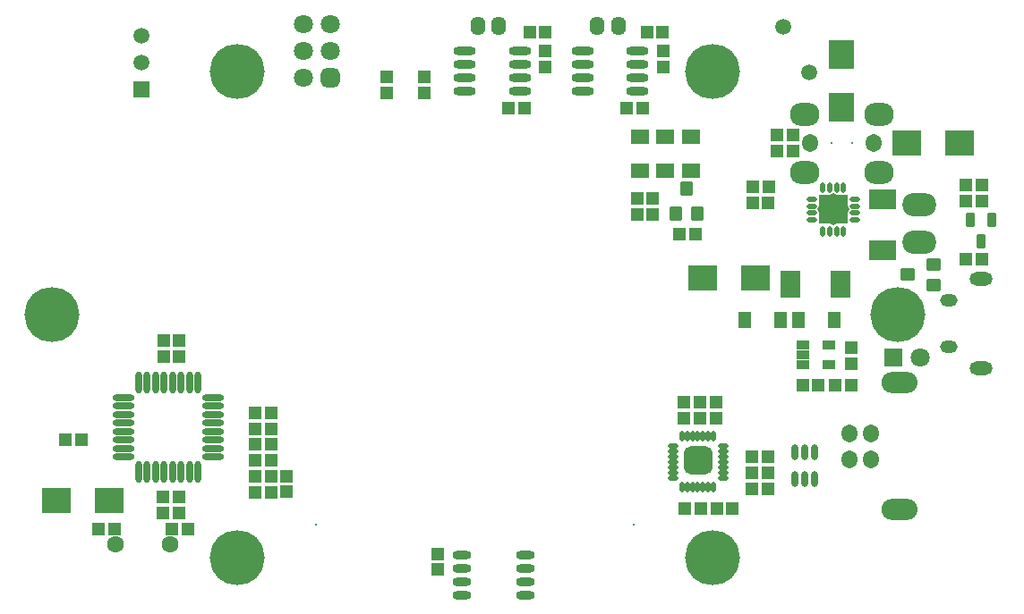
<source format=gbs>
G04 Layer_Color=16711935*
%FSLAX44Y44*%
%MOMM*%
G71*
G01*
G75*
%ADD75C,0.2032*%
%ADD76C,1.5032*%
%ADD77C,5.2032*%
%ADD78C,1.8032*%
G04:AMPARAMS|DCode=79|XSize=1.8032mm|YSize=1.8032mm|CornerRadius=0.5016mm|HoleSize=0mm|Usage=FLASHONLY|Rotation=270.000|XOffset=0mm|YOffset=0mm|HoleType=Round|Shape=RoundedRectangle|*
%AMROUNDEDRECTD79*
21,1,1.8032,0.8000,0,0,270.0*
21,1,0.8000,1.8032,0,0,270.0*
1,1,1.0032,-0.4000,-0.4000*
1,1,1.0032,-0.4000,0.4000*
1,1,1.0032,0.4000,0.4000*
1,1,1.0032,0.4000,-0.4000*
%
%ADD79ROUNDEDRECTD79*%
%ADD80C,1.0032*%
%ADD81O,1.6532X1.2032*%
%ADD82O,2.2032X1.3032*%
%ADD83O,3.4032X2.0032*%
%ADD84O,1.5032X1.7032*%
%ADD85C,1.6032*%
%ADD86O,1.4032X1.8032*%
%ADD87R,1.5032X1.5032*%
%ADD88O,3.2032X2.2032*%
%ADD89R,1.8032X1.8032*%
%ADD90O,2.8032X2.2032*%
%ADD91C,0.8032*%
%ADD92R,2.7032X2.7032*%
%ADD93O,0.5032X1.0032*%
%ADD94O,1.0032X0.5032*%
%ADD95R,1.2032X1.2032*%
%ADD96O,0.6532X1.5032*%
%ADD97R,1.2032X1.2032*%
G04:AMPARAMS|DCode=98|XSize=0.8532mm|YSize=1.4032mm|CornerRadius=0.1829mm|HoleSize=0mm|Usage=FLASHONLY|Rotation=180.000|XOffset=0mm|YOffset=0mm|HoleType=Round|Shape=RoundedRectangle|*
%AMROUNDEDRECTD98*
21,1,0.8532,1.0375,0,0,180.0*
21,1,0.4875,1.4032,0,0,180.0*
1,1,0.3657,-0.2437,0.5188*
1,1,0.3657,0.2437,0.5188*
1,1,0.3657,0.2437,-0.5188*
1,1,0.3657,-0.2437,-0.5188*
%
%ADD98ROUNDEDRECTD98*%
%ADD99R,2.6032X1.9032*%
%ADD100R,2.8032X2.4032*%
G04:AMPARAMS|DCode=101|XSize=2.7032mm|YSize=2.7032mm|CornerRadius=0.7266mm|HoleSize=0mm|Usage=FLASHONLY|Rotation=180.000|XOffset=0mm|YOffset=0mm|HoleType=Round|Shape=RoundedRectangle|*
%AMROUNDEDRECTD101*
21,1,2.7032,1.2500,0,0,180.0*
21,1,1.2500,2.7032,0,0,180.0*
1,1,1.4532,-0.6250,0.6250*
1,1,1.4532,0.6250,0.6250*
1,1,1.4532,0.6250,-0.6250*
1,1,1.4532,-0.6250,-0.6250*
%
%ADD101ROUNDEDRECTD101*%
G04:AMPARAMS|DCode=102|XSize=0.4532mm|YSize=1.0532mm|CornerRadius=0.1641mm|HoleSize=0mm|Usage=FLASHONLY|Rotation=180.000|XOffset=0mm|YOffset=0mm|HoleType=Round|Shape=RoundedRectangle|*
%AMROUNDEDRECTD102*
21,1,0.4532,0.7250,0,0,180.0*
21,1,0.1250,1.0532,0,0,180.0*
1,1,0.3282,-0.0625,0.3625*
1,1,0.3282,0.0625,0.3625*
1,1,0.3282,0.0625,-0.3625*
1,1,0.3282,-0.0625,-0.3625*
%
%ADD102ROUNDEDRECTD102*%
G04:AMPARAMS|DCode=103|XSize=0.4532mm|YSize=1.0532mm|CornerRadius=0.1641mm|HoleSize=0mm|Usage=FLASHONLY|Rotation=90.000|XOffset=0mm|YOffset=0mm|HoleType=Round|Shape=RoundedRectangle|*
%AMROUNDEDRECTD103*
21,1,0.4532,0.7250,0,0,90.0*
21,1,0.1250,1.0532,0,0,90.0*
1,1,0.3282,0.3625,0.0625*
1,1,0.3282,0.3625,-0.0625*
1,1,0.3282,-0.3625,-0.0625*
1,1,0.3282,-0.3625,0.0625*
%
%ADD103ROUNDEDRECTD103*%
%ADD104O,2.1032X0.8032*%
%ADD105R,1.8032X1.4032*%
G04:AMPARAMS|DCode=106|XSize=1.2032mm|YSize=1.4032mm|CornerRadius=0.2266mm|HoleSize=0mm|Usage=FLASHONLY|Rotation=0.000|XOffset=0mm|YOffset=0mm|HoleType=Round|Shape=RoundedRectangle|*
%AMROUNDEDRECTD106*
21,1,1.2032,0.9500,0,0,0.0*
21,1,0.7500,1.4032,0,0,0.0*
1,1,0.4532,0.3750,-0.4750*
1,1,0.4532,-0.3750,-0.4750*
1,1,0.4532,-0.3750,0.4750*
1,1,0.4532,0.3750,0.4750*
%
%ADD106ROUNDEDRECTD106*%
%ADD107R,2.4032X2.8032*%
G04:AMPARAMS|DCode=108|XSize=1.2032mm|YSize=1.4032mm|CornerRadius=0.2266mm|HoleSize=0mm|Usage=FLASHONLY|Rotation=90.000|XOffset=0mm|YOffset=0mm|HoleType=Round|Shape=RoundedRectangle|*
%AMROUNDEDRECTD108*
21,1,1.2032,0.9500,0,0,90.0*
21,1,0.7500,1.4032,0,0,90.0*
1,1,0.4532,0.4750,0.3750*
1,1,0.4532,0.4750,-0.3750*
1,1,0.4532,-0.4750,-0.3750*
1,1,0.4532,-0.4750,0.3750*
%
%ADD108ROUNDEDRECTD108*%
%ADD109R,1.9032X2.6032*%
%ADD110R,1.2532X0.8532*%
%ADD111R,1.3032X1.6032*%
%ADD112O,1.8032X0.8032*%
%ADD113O,0.6500X2.0500*%
%ADD114O,2.0500X0.6500*%
D75*
X309384Y101092D02*
D03*
X610616D02*
D03*
X817212Y462280D02*
D03*
X797212D02*
D03*
D76*
X776532Y529783D02*
D03*
X751532Y573085D02*
D03*
X145034Y538734D02*
D03*
Y564134D02*
D03*
D77*
X60000Y300000D02*
D03*
X860000D02*
D03*
X685000Y70000D02*
D03*
X235000D02*
D03*
X685000Y530000D02*
D03*
X235000D02*
D03*
D78*
X323342Y575400D02*
D03*
Y550000D02*
D03*
X297942Y524600D02*
D03*
Y550000D02*
D03*
Y575400D02*
D03*
X880872Y259588D02*
D03*
D79*
X323342Y524600D02*
D03*
D80*
X677418Y154940D02*
D03*
X664464D02*
D03*
X677418Y168910D02*
D03*
X664464D02*
D03*
D81*
X908558Y269592D02*
D03*
Y313592D02*
D03*
D82*
X938558Y333592D02*
D03*
Y249592D02*
D03*
D83*
X861446Y235360D02*
D03*
Y115160D02*
D03*
D84*
X834446Y187760D02*
D03*
Y162760D02*
D03*
X814446Y187760D02*
D03*
Y162760D02*
D03*
X837212Y462280D02*
D03*
X777212D02*
D03*
D85*
X120450Y82042D02*
D03*
X171450D02*
D03*
D86*
X595630Y573532D02*
D03*
X575630D02*
D03*
X482854D02*
D03*
X462854D02*
D03*
D87*
X145034Y513334D02*
D03*
D88*
X880364Y368834D02*
D03*
Y403834D02*
D03*
D89*
X855472Y259588D02*
D03*
D90*
X772212Y489480D02*
D03*
X842212D02*
D03*
Y435080D02*
D03*
X772212D02*
D03*
D91*
X799084Y388542D02*
D03*
X788084Y399542D02*
D03*
X799084D02*
D03*
X810084D02*
D03*
X799084Y410542D02*
D03*
D92*
Y399542D02*
D03*
D93*
X808834Y420042D02*
D03*
X802334D02*
D03*
X795834D02*
D03*
X789334D02*
D03*
Y379042D02*
D03*
X795834D02*
D03*
X802334D02*
D03*
X808834D02*
D03*
D94*
X778584Y409292D02*
D03*
Y402792D02*
D03*
Y396292D02*
D03*
Y389792D02*
D03*
X819584D02*
D03*
Y396292D02*
D03*
Y402792D02*
D03*
Y409292D02*
D03*
D95*
X492118Y495554D02*
D03*
X507118D02*
D03*
X603624D02*
D03*
X618624D02*
D03*
X526930Y567944D02*
D03*
X511930D02*
D03*
X622674D02*
D03*
X637674D02*
D03*
X722496Y150114D02*
D03*
Y165100D02*
D03*
X924426Y423164D02*
D03*
X939426D02*
D03*
Y407924D02*
D03*
X924426D02*
D03*
X939426Y352806D02*
D03*
X924426D02*
D03*
X723004Y421132D02*
D03*
X738004D02*
D03*
X737750Y405892D02*
D03*
X722750D02*
D03*
X722496Y135128D02*
D03*
X737496D02*
D03*
X673996Y116332D02*
D03*
X658996D02*
D03*
X688714D02*
D03*
X703714D02*
D03*
X737496Y150114D02*
D03*
Y165100D02*
D03*
X816236Y233172D02*
D03*
X801236D02*
D03*
X769994D02*
D03*
X784994D02*
D03*
X653662Y376428D02*
D03*
X668662D02*
D03*
X267342Y192024D02*
D03*
X252342D02*
D03*
X267342Y207010D02*
D03*
X252342D02*
D03*
X252342Y162052D02*
D03*
X267342D02*
D03*
X252342Y177038D02*
D03*
X267342D02*
D03*
X188856Y96774D02*
D03*
X173856D02*
D03*
X104260D02*
D03*
X119260D02*
D03*
X72764Y181356D02*
D03*
X87764D02*
D03*
D96*
X781660Y144672D02*
D03*
Y169272D02*
D03*
X772160Y144672D02*
D03*
X762660D02*
D03*
X772160Y169272D02*
D03*
X762660D02*
D03*
D97*
X816102Y253612D02*
D03*
Y268612D02*
D03*
X761238Y455034D02*
D03*
Y470034D02*
D03*
X745998Y470034D02*
D03*
Y455034D02*
D03*
X687832Y217050D02*
D03*
Y202050D02*
D03*
X672592Y217050D02*
D03*
Y202050D02*
D03*
X657606Y217050D02*
D03*
Y202050D02*
D03*
X638048Y534790D02*
D03*
Y549790D02*
D03*
X526796Y534790D02*
D03*
Y549790D02*
D03*
X613664Y394836D02*
D03*
Y409836D02*
D03*
X628396Y409836D02*
D03*
Y394836D02*
D03*
X282194Y147200D02*
D03*
Y132200D02*
D03*
X252222Y131946D02*
D03*
Y146946D02*
D03*
X267208Y131946D02*
D03*
Y146946D02*
D03*
X165354Y112134D02*
D03*
Y127134D02*
D03*
X180594Y260470D02*
D03*
Y275470D02*
D03*
X165608Y275470D02*
D03*
Y260470D02*
D03*
X412496Y510406D02*
D03*
Y525406D02*
D03*
X376936Y510406D02*
D03*
Y525406D02*
D03*
X424688Y58540D02*
D03*
Y73540D02*
D03*
X180340Y112134D02*
D03*
Y127134D02*
D03*
D98*
X948784Y389730D02*
D03*
X938784Y369730D02*
D03*
X928784Y389730D02*
D03*
D99*
X846074Y361318D02*
D03*
Y409318D02*
D03*
D100*
X918318Y462280D02*
D03*
X868318D02*
D03*
X675786Y334518D02*
D03*
X725786D02*
D03*
X63900Y124206D02*
D03*
X113900D02*
D03*
D101*
X671068Y161798D02*
D03*
D102*
X685822Y185294D02*
D03*
X680822D02*
D03*
X675822D02*
D03*
X670822D02*
D03*
X665822D02*
D03*
X660822D02*
D03*
X655822D02*
D03*
X655894Y136906D02*
D03*
X660894D02*
D03*
X665894D02*
D03*
X670894D02*
D03*
X675894D02*
D03*
X680894D02*
D03*
X685894D02*
D03*
D103*
X647198Y175274D02*
D03*
Y170274D02*
D03*
Y165274D02*
D03*
Y160274D02*
D03*
Y155274D02*
D03*
Y150274D02*
D03*
Y145274D02*
D03*
X695198Y145274D02*
D03*
Y150274D02*
D03*
Y155274D02*
D03*
Y160274D02*
D03*
Y165274D02*
D03*
Y170274D02*
D03*
Y175274D02*
D03*
D104*
X614010Y549656D02*
D03*
Y536956D02*
D03*
Y524256D02*
D03*
Y511556D02*
D03*
X562010Y549656D02*
D03*
Y536956D02*
D03*
Y524256D02*
D03*
Y511556D02*
D03*
X502758Y549656D02*
D03*
Y536956D02*
D03*
Y524256D02*
D03*
Y511556D02*
D03*
X450758Y549656D02*
D03*
Y536956D02*
D03*
Y524256D02*
D03*
Y511556D02*
D03*
D105*
X616458Y468628D02*
D03*
Y436628D02*
D03*
X664464Y468628D02*
D03*
Y436628D02*
D03*
X640080Y468628D02*
D03*
Y436628D02*
D03*
D106*
X670400Y395416D02*
D03*
X660400Y419416D02*
D03*
X650400Y395416D02*
D03*
D107*
X806958Y546716D02*
D03*
Y496716D02*
D03*
D108*
X893690Y347820D02*
D03*
X869689Y337820D02*
D03*
X893690Y327820D02*
D03*
D109*
X806320Y328422D02*
D03*
X758320D02*
D03*
D110*
X794824Y252598D02*
D03*
Y271658D02*
D03*
X770324D02*
D03*
Y262128D02*
D03*
Y252598D02*
D03*
D111*
X749282Y295148D02*
D03*
X715282D02*
D03*
X765828D02*
D03*
X799828D02*
D03*
D112*
X447774Y34290D02*
D03*
Y46990D02*
D03*
Y59690D02*
D03*
Y72390D02*
D03*
X507774Y34290D02*
D03*
Y46990D02*
D03*
Y59690D02*
D03*
Y72390D02*
D03*
D113*
X198180Y150794D02*
D03*
X190180D02*
D03*
X182180D02*
D03*
X174180D02*
D03*
X166180D02*
D03*
X158180D02*
D03*
X150180D02*
D03*
X142180D02*
D03*
Y235794D02*
D03*
X150180D02*
D03*
X158180D02*
D03*
X166180D02*
D03*
X174180D02*
D03*
X182180D02*
D03*
X190180D02*
D03*
X198180D02*
D03*
D114*
X127680Y165294D02*
D03*
Y173294D02*
D03*
Y181294D02*
D03*
Y189294D02*
D03*
Y197294D02*
D03*
Y205294D02*
D03*
Y213294D02*
D03*
Y221294D02*
D03*
X212680D02*
D03*
Y213294D02*
D03*
Y205294D02*
D03*
Y197294D02*
D03*
Y189294D02*
D03*
Y181294D02*
D03*
Y173294D02*
D03*
Y165294D02*
D03*
M02*

</source>
